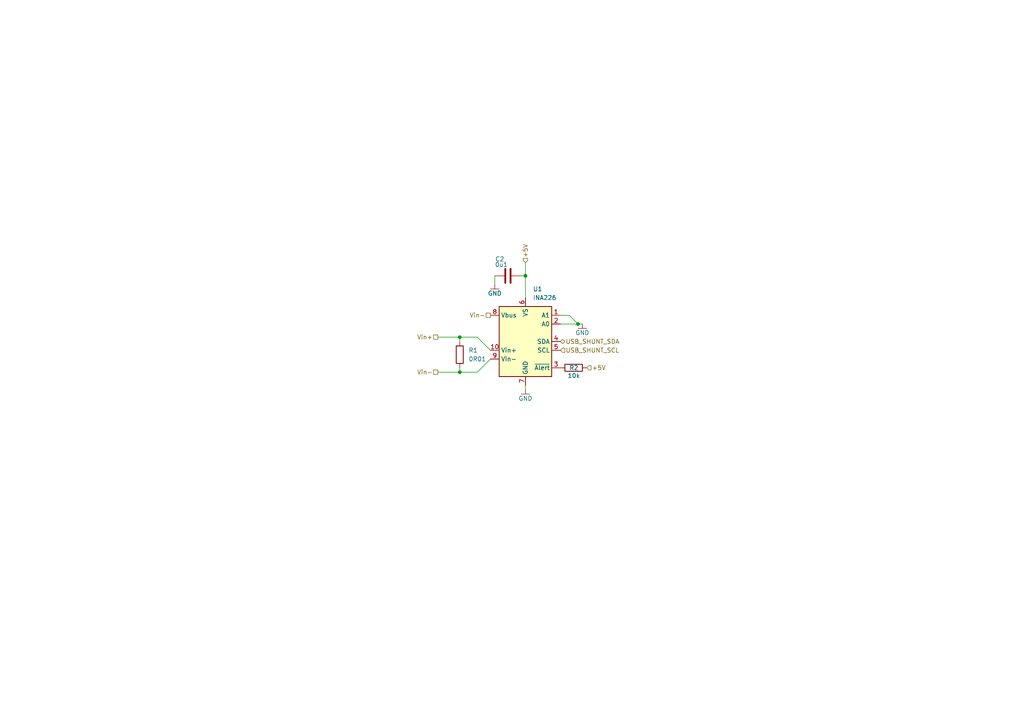
<source format=kicad_sch>
(kicad_sch (version 20250114) (generator "eeschema") (generator_version "9.0")
  (paper "A4")
  (lib_symbols
    (symbol "Device:C" (pin_numbers (hide yes)) (pin_names (offset 0.254))
      (property "Reference" "C" (at 0.635 2.54 0))
      (property "Value" "C" (at 0.635 -2.54 0))
      (symbol "C_0_1"
        (polyline (pts (xy -2.032 0.762) (xy 2.032 0.762)) (stroke (width 0.508)))
        (polyline (pts (xy -2.032 -0.762) (xy 2.032 -0.762)) (stroke (width 0.508)))
      )
      (symbol "C_1_1"
        (pin passive line (at 0 3.81 270) (length 2.794) (name "~") (number "1"))
        (pin passive line (at 0 -3.81 90) (length 2.794) (name "~") (number "2"))
      )
    )
    (symbol "Device:R" (pin_numbers (hide yes)) (pin_names (offset 0))
      (property "Reference" "R" (at 2.032 0 90))
      (property "Value" "R" (at 0 0 90))
      (symbol "R_0_1"
        (rectangle (start -1.016 -2.54) (end 1.016 2.54) (stroke (width 0.254)))
      )
      (symbol "R_1_1"
        (pin passive line (at 0 3.81 270) (length 1.27) (name "~") (number "1"))
        (pin passive line (at 0 -3.81 90) (length 1.27) (name "~") (number "2"))
      )
    )
    (symbol "Sensor_Energy:INA226"
      (property "Reference" "U" (at -6.35 11.43 0))
      (property "Value" "INA226" (at 3.81 11.43 0))
      (symbol "INA226_0_1"
        (rectangle (start 7.62 10.16) (end -7.62 -10.16) (stroke (width 0.254)) (fill (type background)))
      )
      (symbol "INA226_1_1"
        (pin input line (at -10.16 7.62 0) (length 2.54) (name "Vbus") (number "8"))
        (pin input line (at -10.16 -2.54 0) (length 2.54) (name "Vin+") (number "10"))
        (pin input line (at -10.16 -5.08 0) (length 2.54) (name "Vin-") (number "9"))
        (pin power_in line (at 0 12.7 270) (length 2.54) (name "VS") (number "6"))
        (pin power_in line (at 0 -12.7 90) (length 2.54) (name "GND") (number "7"))
        (pin input line (at 10.16 7.62 180) (length 2.54) (name "A1") (number "1"))
        (pin input line (at 10.16 5.08 180) (length 2.54) (name "A0") (number "2"))
        (pin bidirectional line (at 10.16 0 180) (length 2.54) (name "SDA") (number "4"))
        (pin input line (at 10.16 -2.54 180) (length 2.54) (name "SCL") (number "5"))
        (pin open_collector line (at 10.16 -7.62 180) (length 2.54) (name "~{Alert}") (number "3"))
      )
    )
    (symbol "mypower:GND" (power) (pin_names (offset 0))
      (property "Value" "GND" (at 0 -1.27 0))
      (symbol "GND_0_1"
        (polyline (pts (xy 0 1.27) (xy 0 0) (xy 1.27 0) (xy -1.27 0) (xy 0 0)))
      )
      (symbol "GND_1_1"
        (pin power_in line (at 0 1.27 270) (length 0) (hide yes) (name "GND") (number "1"))
      )
    )
  )
  (junction (at 133.35 97.79))
  (junction (at 152.4 80.01))
  (junction (at 133.35 107.95))
  (junction (at 167.64 93.98))
  (wire (pts (xy 151.13 80.01) (xy 152.4 80.01)))
  (wire (pts (xy 167.64 93.98) (xy 168.91 93.98)))
  (wire (pts (xy 162.56 91.44) (xy 165.1 91.44)))
  (wire (pts (xy 127 97.79) (xy 133.35 97.79)))
  (wire (pts (xy 127 107.95) (xy 133.35 107.95)))
  (wire (pts (xy 152.4 76.2) (xy 152.4 80.01)))
  (wire (pts (xy 138.43 107.95) (xy 142.24 104.14)))
  (wire (pts (xy 165.1 91.44) (xy 167.64 93.98)))
  (wire (pts (xy 152.4 113.03) (xy 152.4 111.76)))
  (wire (pts (xy 133.35 106.68) (xy 133.35 107.95)))
  (wire (pts (xy 133.35 97.79) (xy 133.35 99.06)))
  (wire (pts (xy 143.51 80.01) (xy 143.51 82.55)))
  (wire (pts (xy 138.43 97.79) (xy 142.24 101.6)))
  (wire (pts (xy 133.35 107.95) (xy 138.43 107.95)))
  (wire (pts (xy 162.56 93.98) (xy 167.64 93.98)))
  (wire (pts (xy 133.35 97.79) (xy 138.43 97.79)))
  (wire (pts (xy 152.4 80.01) (xy 152.4 86.36)))
  (hierarchical_label "Vin-" (shape passive) (at 142.24 91.44 180))
  (hierarchical_label "Vin-" (shape passive) (at 127 107.95 180))
  (hierarchical_label "USB_SHUNT_SDA" (shape bidirectional) (at 162.56 99.06 0))
  (hierarchical_label "USB_SHUNT_SCL" (shape input) (at 162.56 101.6 0))
  (hierarchical_label "+5V" (shape input) (at 152.4 76.2 90))
  (hierarchical_label "Vin+" (shape passive) (at 127 97.79 180))
  (hierarchical_label "+5V" (shape input) (at 170.18 106.68 0))
  (symbol (lib_id "mypower:GND") (at 152.4 114.3 0) (unit 1)
    (property "Reference" "#PWR01" (effects (hide yes)))
    (property "Value" "GND" (at 152.4 115.57 0))
  )
  (symbol (lib_id "mypower:GND") (at 143.51 83.82 0) (unit 1)
    (property "Reference" "#PWR03" (effects (hide yes)))
    (property "Value" "GND" (at 143.51 85.09 0))
  )
  (symbol (lib_id "Device:R") (at 133.35 102.87 0) (unit 1)
    (property "Reference" "R1" (at 135.89 101.5999 0) (effects (justify left)))
    (property "Value" "0R01" (at 135.89 104.1399 0) (effects (justify left)))
    (property "Footprint" "Resistor_SMD:R_0805_2012Metric_Pad1.20x1.40mm_HandSolder" (effects (hide yes)))
    (property "Description" "Resistor" (effects (hide yes)))
    (property "DigiKey Part #" "ERJ-6CWDR010V" (effects (hide yes)))
  )
  (symbol (lib_id "Sensor_Energy:INA226") (at 152.4 99.06 0) (unit 1)
    (property "Reference" "U1" (at 154.5433 83.82 0) (effects (justify left)))
    (property "Value" "INA226" (at 154.5433 86.36 0) (effects (justify left)))
    (property "Footprint" "Package_SO:VSSOP-10_3x3mm_P0.5mm" (effects (hide yes)))
    (property "Datasheet" "http://www.ti.com/lit/ds/symlink/ina226.pdf" (effects (hide yes)))
    (property "Description" "High-Side or Low-Side Measurement, Bi-Directional Current and Power Monitor (0-36V) with I2C Compatible Interface, VSSOP-10" (effects (hide yes)))
  )
  (symbol (lib_id "Device:C") (at 147.32 80.01 90) (unit 1)
    (property "Reference" "C2" (at 146.304 74.422 90) (effects (justify left bottom)))
    (property "Value" "0u1" (at 147.32 77.47 90) (effects (justify left top)))
    (property "Footprint" "Capacitor_THT:C_Disc_D4.7mm_W2.5mm_P5.00mm" (effects (hide yes)))
  )
  (symbol (lib_id "mypower:GND") (at 168.91 95.25 0) (unit 1)
    (property "Reference" "#PWR02" (effects (hide yes)))
    (property "Value" "GND" (at 168.91 96.52 0))
  )
  (symbol (lib_id "Device:R") (at 166.37 106.68 90) (unit 1)
    (property "Reference" "R2" (at 165.1 106.68 90) (effects (justify right)))
    (property "Value" "10k" (at 164.592 108.966 90) (effects (justify right)))
    (property "Footprint" "Resistor_THT:R_Axial_DIN0207_L6.3mm_D2.5mm_P10.16mm_Horizontal" (effects (hide yes)))
  )
)
</source>
